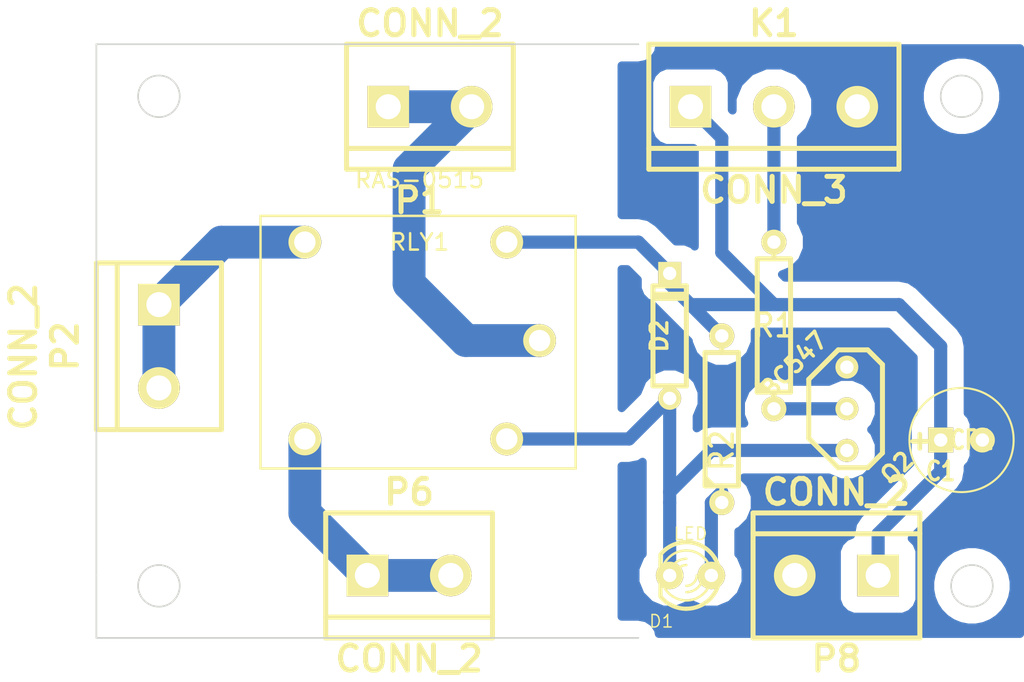
<source format=kicad_pcb>
(kicad_pcb (version 3) (host pcbnew "(2013-jul-07)-stable")

  (general
    (links 20)
    (no_connects 0)
    (area 99.9556 52.9656 165.258501 97.5294)
    (thickness 1.6)
    (drawings 8)
    (tracks 38)
    (zones 0)
    (modules 12)
    (nets 10)
  )

  (page A4 portrait)
  (title_block 
    (rev 1.1)
  )

  (layers
    (15 F.Cu signal)
    (0 B.Cu signal)
    (17 F.Adhes user)
    (19 F.Paste user)
    (21 F.SilkS user)
    (23 F.Mask user)
    (28 Edge.Cuts user)
  )

  (setup
    (last_trace_width 2)
    (trace_clearance 2)
    (zone_clearance 1)
    (zone_45_only no)
    (trace_min 0.254)
    (segment_width 0.2)
    (edge_width 0.1)
    (via_size 0.889)
    (via_drill 0.635)
    (via_min_size 0.889)
    (via_min_drill 0.508)
    (uvia_size 0.508)
    (uvia_drill 0.127)
    (uvias_allowed no)
    (uvia_min_size 0.508)
    (uvia_min_drill 0.127)
    (pcb_text_width 0.3)
    (pcb_text_size 1.5 1.5)
    (mod_edge_width 0.15)
    (mod_text_size 1 1)
    (mod_text_width 0.15)
    (pad_size 1.397 1.397)
    (pad_drill 0.8128)
    (pad_to_mask_clearance 0.2)
    (solder_mask_min_width 0.3)
    (aux_axis_origin 0 0)
    (visible_elements FFFFFFBF)
    (pcbplotparams
      (layerselection 10485761)
      (usegerberextensions false)
      (excludeedgelayer false)
      (linewidth 0.150000)
      (plotframeref false)
      (viasonmask false)
      (mode 1)
      (useauxorigin false)
      (hpglpennumber 1)
      (hpglpenspeed 20)
      (hpglpendiameter 15)
      (hpglpenoverlay 2)
      (psnegative false)
      (psa4output false)
      (plotreference true)
      (plotvalue true)
      (plotothertext true)
      (plotinvisibletext false)
      (padsonsilk false)
      (subtractmaskfromsilk false)
      (outputformat 5)
      (mirror false)
      (drillshape 0)
      (scaleselection 1)
      (outputdirectory output/))
  )

  (net 0 "")
  (net 1 /5V)
  (net 2 /EN_1)
  (net 3 /IN)
  (net 4 /NC)
  (net 5 /OUT)
  (net 6 GND)
  (net 7 N-000004)
  (net 8 N-000007)
  (net 9 N-000008)

  (net_class Default "This is the default net class."
    (clearance 2)
    (trace_width 2)
    (via_dia 0.889)
    (via_drill 0.635)
    (uvia_dia 0.508)
    (uvia_drill 0.127)
    (add_net "")
    (add_net /IN)
    (add_net /NC)
    (add_net /OUT)
  )

  (net_class 5V ""
    (clearance 0.8)
    (trace_width 0.8)
    (via_dia 0.889)
    (via_drill 0.635)
    (uvia_dia 0.508)
    (uvia_drill 0.127)
    (add_net /5V)
    (add_net /EN_1)
    (add_net GND)
    (add_net N-000004)
    (add_net N-000007)
    (add_net N-000008)
  )

  (module RAS-0515 (layer F.Cu) (tedit 53947180) (tstamp 5394498C)
    (at 120.015 69.215)
    (path /53943E62)
    (fp_text reference RLY1 (at 6.985 0) (layer F.SilkS)
      (effects (font (size 1 1) (thickness 0.15)))
    )
    (fp_text value RAS-0515 (at 6.985 -3.81) (layer F.SilkS)
      (effects (font (size 1 1) (thickness 0.15)))
    )
    (fp_line (start -2.7 -1.6) (end -2.7 13.8) (layer F.SilkS) (width 0.15))
    (fp_line (start -2.7 13.8) (end 16.5 13.8) (layer F.SilkS) (width 0.15))
    (fp_line (start -2.7 -1.6) (end 16.5 -1.6) (layer F.SilkS) (width 0.15))
    (fp_line (start 16.5 -1.6) (end 16.5 13.8) (layer F.SilkS) (width 0.15))
    (pad 4 thru_hole circle (at 0 12) (size 2 2) (drill 1.3)
      (layers *.Cu *.Mask F.SilkS)
      (net 4 /NC)
    )
    (pad 5 thru_hole circle (at 12.3 12) (size 2 2) (drill 1.3)
      (layers *.Cu *.Mask F.SilkS)
      (net 9 N-000008)
    )
    (pad 3 thru_hole circle (at 0 0) (size 2 2) (drill 1.3)
      (layers *.Cu *.Mask F.SilkS)
      (net 5 /OUT)
    )
    (pad 1 thru_hole circle (at 14.3 6) (size 2 2) (drill 1.3)
      (layers *.Cu *.Mask F.SilkS)
      (net 3 /IN)
    )
    (pad 2 thru_hole circle (at 12.3 0) (size 2 2) (drill 1.3)
      (layers *.Cu *.Mask F.SilkS)
      (net 1 /5V)
    )
  )

  (module R4 (layer F.Cu) (tedit 53FC9391) (tstamp 53944140)
    (at 148.59 74.295 90)
    (descr "Resitance 4 pas")
    (tags R)
    (path /53944164)
    (autoplace_cost180 10)
    (fp_text reference R1 (at 0 0 180) (layer F.SilkS)
      (effects (font (size 1.397 1.27) (thickness 0.2032)))
    )
    (fp_text value R (at 0 0 90) (layer F.SilkS) hide
      (effects (font (size 1.397 1.27) (thickness 0.2032)))
    )
    (fp_line (start -5.08 0) (end -4.064 0) (layer F.SilkS) (width 0.3048))
    (fp_line (start -4.064 0) (end -4.064 -1.016) (layer F.SilkS) (width 0.3048))
    (fp_line (start -4.064 -1.016) (end 4.064 -1.016) (layer F.SilkS) (width 0.3048))
    (fp_line (start 4.064 -1.016) (end 4.064 1.016) (layer F.SilkS) (width 0.3048))
    (fp_line (start 4.064 1.016) (end -4.064 1.016) (layer F.SilkS) (width 0.3048))
    (fp_line (start -4.064 1.016) (end -4.064 0) (layer F.SilkS) (width 0.3048))
    (fp_line (start -4.064 -0.508) (end -3.556 -1.016) (layer F.SilkS) (width 0.3048))
    (fp_line (start 5.08 0) (end 4.064 0) (layer F.SilkS) (width 0.3048))
    (pad 1 thru_hole circle (at -5.08 0 90) (size 1.524 1.524) (drill 0.8128)
      (layers *.Cu *.Mask F.SilkS)
      (net 8 N-000007)
    )
    (pad 2 thru_hole circle (at 5.08 0 90) (size 1.524 1.524) (drill 0.8128)
      (layers *.Cu *.Mask F.SilkS)
      (net 2 /EN_1)
    )
    (model discret/resistor.wrl
      (at (xyz 0 0 0))
      (scale (xyz 0.4 0.4 0.4))
      (rotate (xyz 0 0 0))
    )
  )

  (module R4 (layer F.Cu) (tedit 540F6EFC) (tstamp 5394414E)
    (at 145.415 80.01 90)
    (descr "Resitance 4 pas")
    (tags R)
    (path /540CCA15)
    (autoplace_cost180 10)
    (fp_text reference R2 (at -1.905 0 90) (layer F.SilkS)
      (effects (font (size 1.397 1.27) (thickness 0.2032)))
    )
    (fp_text value 680R (at 0 0 90) (layer F.SilkS) hide
      (effects (font (size 1.397 1.27) (thickness 0.2032)))
    )
    (fp_line (start -5.08 0) (end -4.064 0) (layer F.SilkS) (width 0.3048))
    (fp_line (start -4.064 0) (end -4.064 -1.016) (layer F.SilkS) (width 0.3048))
    (fp_line (start -4.064 -1.016) (end 4.064 -1.016) (layer F.SilkS) (width 0.3048))
    (fp_line (start 4.064 -1.016) (end 4.064 1.016) (layer F.SilkS) (width 0.3048))
    (fp_line (start 4.064 1.016) (end -4.064 1.016) (layer F.SilkS) (width 0.3048))
    (fp_line (start -4.064 1.016) (end -4.064 0) (layer F.SilkS) (width 0.3048))
    (fp_line (start -4.064 -0.508) (end -3.556 -1.016) (layer F.SilkS) (width 0.3048))
    (fp_line (start 5.08 0) (end 4.064 0) (layer F.SilkS) (width 0.3048))
    (pad 1 thru_hole circle (at -5.08 0 90) (size 1.524 1.524) (drill 0.8128)
      (layers *.Cu *.Mask F.SilkS)
      (net 7 N-000004)
    )
    (pad 2 thru_hole circle (at 5.08 0 90) (size 1.524 1.524) (drill 0.8128)
      (layers *.Cu *.Mask F.SilkS)
      (net 1 /5V)
    )
    (model discret/resistor.wrl
      (at (xyz 0 0 0))
      (scale (xyz 0.4 0.4 0.4))
      (rotate (xyz 0 0 0))
    )
  )

  (module D3 (layer F.Cu) (tedit 540F6EE6) (tstamp 5394416A)
    (at 142.24 74.93 90)
    (descr "Diode 3 pas")
    (tags "DIODE DEV")
    (path /53943E9A)
    (fp_text reference D2 (at 0 -0.635 90) (layer F.SilkS)
      (effects (font (size 1.016 1.016) (thickness 0.2032)))
    )
    (fp_text value DIODE (at 0 0 90) (layer F.SilkS) hide
      (effects (font (size 1.016 1.016) (thickness 0.2032)))
    )
    (fp_line (start 3.81 0) (end 3.048 0) (layer F.SilkS) (width 0.3048))
    (fp_line (start 3.048 0) (end 3.048 -1.016) (layer F.SilkS) (width 0.3048))
    (fp_line (start 3.048 -1.016) (end -3.048 -1.016) (layer F.SilkS) (width 0.3048))
    (fp_line (start -3.048 -1.016) (end -3.048 0) (layer F.SilkS) (width 0.3048))
    (fp_line (start -3.048 0) (end -3.81 0) (layer F.SilkS) (width 0.3048))
    (fp_line (start -3.048 0) (end -3.048 1.016) (layer F.SilkS) (width 0.3048))
    (fp_line (start -3.048 1.016) (end 3.048 1.016) (layer F.SilkS) (width 0.3048))
    (fp_line (start 3.048 1.016) (end 3.048 0) (layer F.SilkS) (width 0.3048))
    (fp_line (start 2.54 -1.016) (end 2.54 1.016) (layer F.SilkS) (width 0.3048))
    (fp_line (start 2.286 1.016) (end 2.286 -1.016) (layer F.SilkS) (width 0.3048))
    (pad 2 thru_hole rect (at 3.81 0 90) (size 1.397 1.397) (drill 0.8128)
      (layers *.Cu *.Mask F.SilkS)
      (net 1 /5V)
    )
    (pad 1 thru_hole circle (at -3.81 0 90) (size 1.397 1.397) (drill 0.8128)
      (layers *.Cu *.Mask F.SilkS)
      (net 9 N-000008)
    )
    (model discret/diode.wrl
      (at (xyz 0 0 0))
      (scale (xyz 0.3 0.3 0.3))
      (rotate (xyz 0 0 0))
    )
  )

  (module bornier2 (layer F.Cu) (tedit 5394719C) (tstamp 53944185)
    (at 127.635 60.96)
    (descr "Bornier d'alimentation 2 pins")
    (tags DEV)
    (path /539443E8)
    (fp_text reference P1 (at -0.635 5.715) (layer F.SilkS)
      (effects (font (size 1.524 1.524) (thickness 0.3048)))
    )
    (fp_text value CONN_2 (at 0 -5.08) (layer F.SilkS)
      (effects (font (size 1.524 1.524) (thickness 0.3048)))
    )
    (fp_line (start 5.08 2.54) (end -5.08 2.54) (layer F.SilkS) (width 0.3048))
    (fp_line (start 5.08 3.81) (end 5.08 -3.81) (layer F.SilkS) (width 0.3048))
    (fp_line (start 5.08 -3.81) (end -5.08 -3.81) (layer F.SilkS) (width 0.3048))
    (fp_line (start -5.08 -3.81) (end -5.08 3.81) (layer F.SilkS) (width 0.3048))
    (fp_line (start -5.08 3.81) (end 5.08 3.81) (layer F.SilkS) (width 0.3048))
    (pad 1 thru_hole rect (at -2.54 0) (size 2.54 2.54) (drill 1.524)
      (layers *.Cu *.Mask F.SilkS)
      (net 3 /IN)
    )
    (pad 2 thru_hole circle (at 2.54 0) (size 2.54 2.54) (drill 1.524)
      (layers *.Cu *.Mask F.SilkS)
      (net 3 /IN)
    )
    (model device/bornier_2.wrl
      (at (xyz 0 0 0))
      (scale (xyz 1 1 1))
      (rotate (xyz 0 0 0))
    )
  )

  (module bornier2 (layer F.Cu) (tedit 53FC94CD) (tstamp 53944190)
    (at 111.125 75.565 270)
    (descr "Bornier d'alimentation 2 pins")
    (tags DEV)
    (path /540CC993)
    (fp_text reference P2 (at 0 5.715 270) (layer F.SilkS)
      (effects (font (size 1.524 1.524) (thickness 0.3048)))
    )
    (fp_text value CONN_2 (at 0.635 8.255 270) (layer F.SilkS)
      (effects (font (size 1.524 1.524) (thickness 0.3048)))
    )
    (fp_line (start 5.08 2.54) (end -5.08 2.54) (layer F.SilkS) (width 0.3048))
    (fp_line (start 5.08 3.81) (end 5.08 -3.81) (layer F.SilkS) (width 0.3048))
    (fp_line (start 5.08 -3.81) (end -5.08 -3.81) (layer F.SilkS) (width 0.3048))
    (fp_line (start -5.08 -3.81) (end -5.08 3.81) (layer F.SilkS) (width 0.3048))
    (fp_line (start -5.08 3.81) (end 5.08 3.81) (layer F.SilkS) (width 0.3048))
    (pad 1 thru_hole rect (at -2.54 0 270) (size 2.54 2.54) (drill 1.524)
      (layers *.Cu *.Mask F.SilkS)
      (net 5 /OUT)
    )
    (pad 2 thru_hole circle (at 2.54 0 270) (size 2.54 2.54) (drill 1.524)
      (layers *.Cu *.Mask F.SilkS)
      (net 5 /OUT)
    )
    (model device/bornier_2.wrl
      (at (xyz 0 0 0))
      (scale (xyz 1 1 1))
      (rotate (xyz 0 0 0))
    )
  )

  (module TO92-123 (layer F.Cu) (tedit 53FC92E2) (tstamp 53944132)
    (at 154.305 79.375 45)
    (descr "Transistor TO92 brochage type BC237")
    (tags "TR TO92")
    (path /53943ECC)
    (fp_text reference Q2 (at -1.27 3.81 45) (layer F.SilkS)
      (effects (font (size 1.016 1.016) (thickness 0.2032)))
    )
    (fp_text value BC547 (at -1.27 -5.08 45) (layer F.SilkS)
      (effects (font (size 1.016 1.016) (thickness 0.2032)))
    )
    (fp_line (start -1.27 2.54) (end 2.54 -1.27) (layer F.SilkS) (width 0.3048))
    (fp_line (start 2.54 -1.27) (end 2.54 -2.54) (layer F.SilkS) (width 0.3048))
    (fp_line (start 2.54 -2.54) (end 1.27 -3.81) (layer F.SilkS) (width 0.3048))
    (fp_line (start 1.27 -3.81) (end -1.27 -3.81) (layer F.SilkS) (width 0.3048))
    (fp_line (start -1.27 -3.81) (end -3.81 -1.27) (layer F.SilkS) (width 0.3048))
    (fp_line (start -3.81 -1.27) (end -3.81 1.27) (layer F.SilkS) (width 0.3048))
    (fp_line (start -3.81 1.27) (end -2.54 2.54) (layer F.SilkS) (width 0.3048))
    (fp_line (start -2.54 2.54) (end -1.27 2.54) (layer F.SilkS) (width 0.3048))
    (pad 3 thru_hole circle (at 0.898025 -2.694077 45) (size 1.397 1.397) (drill 0.8128)
      (layers *.Cu *.Mask F.SilkS)
      (net 6 GND)
    )
    (pad 2 thru_hole circle (at -0.898026 -0.898026 45) (size 1.397 1.397) (drill 0.8128)
      (layers *.Cu *.Mask F.SilkS)
      (net 8 N-000007)
    )
    (pad 1 thru_hole circle (at -2.694077 0.898026 45) (size 1.397 1.397) (drill 0.8128)
      (layers *.Cu *.Mask F.SilkS)
      (net 9 N-000008)
    )
    (model discret/to98.wrl
      (at (xyz 0 0 0))
      (scale (xyz 1 1 1))
      (rotate (xyz 0 0 0))
    )
  )

  (module bornier2 (layer F.Cu) (tedit 3EC0ED69) (tstamp 53FC7ABE)
    (at 126.365 89.535)
    (descr "Bornier d'alimentation 2 pins")
    (tags DEV)
    (path /53FC7BD8)
    (fp_text reference P6 (at 0 -5.08) (layer F.SilkS)
      (effects (font (size 1.524 1.524) (thickness 0.3048)))
    )
    (fp_text value CONN_2 (at 0 5.08) (layer F.SilkS)
      (effects (font (size 1.524 1.524) (thickness 0.3048)))
    )
    (fp_line (start 5.08 2.54) (end -5.08 2.54) (layer F.SilkS) (width 0.3048))
    (fp_line (start 5.08 3.81) (end 5.08 -3.81) (layer F.SilkS) (width 0.3048))
    (fp_line (start 5.08 -3.81) (end -5.08 -3.81) (layer F.SilkS) (width 0.3048))
    (fp_line (start -5.08 -3.81) (end -5.08 3.81) (layer F.SilkS) (width 0.3048))
    (fp_line (start -5.08 3.81) (end 5.08 3.81) (layer F.SilkS) (width 0.3048))
    (pad 1 thru_hole rect (at -2.54 0) (size 2.54 2.54) (drill 1.524)
      (layers *.Cu *.Mask F.SilkS)
      (net 4 /NC)
    )
    (pad 2 thru_hole circle (at 2.54 0) (size 2.54 2.54) (drill 1.524)
      (layers *.Cu *.Mask F.SilkS)
      (net 4 /NC)
    )
    (model device/bornier_2.wrl
      (at (xyz 0 0 0))
      (scale (xyz 1 1 1))
      (rotate (xyz 0 0 0))
    )
  )

  (module bornier3 (layer F.Cu) (tedit 540F7172) (tstamp 53FC75F7)
    (at 148.59 60.96)
    (descr "Bornier d'alimentation 3 pins")
    (tags DEV)
    (path /53FC8FB9)
    (fp_text reference K1 (at 0 -5.08) (layer F.SilkS)
      (effects (font (size 1.524 1.524) (thickness 0.3048)))
    )
    (fp_text value CONN_3 (at 0 5.08) (layer F.SilkS)
      (effects (font (size 1.524 1.524) (thickness 0.3048)))
    )
    (fp_line (start -7.62 3.81) (end -7.62 -3.81) (layer F.SilkS) (width 0.3048))
    (fp_line (start 7.62 3.81) (end 7.62 -3.81) (layer F.SilkS) (width 0.3048))
    (fp_line (start -7.62 2.54) (end 7.62 2.54) (layer F.SilkS) (width 0.3048))
    (fp_line (start -7.62 -3.81) (end 7.62 -3.81) (layer F.SilkS) (width 0.3048))
    (fp_line (start -7.62 3.81) (end 7.62 3.81) (layer F.SilkS) (width 0.3048))
    (pad 1 thru_hole rect (at -5.08 0) (size 2.54 2.54) (drill 1.524)
      (layers *.Cu *.Mask F.SilkS)
      (net 1 /5V)
    )
    (pad 2 thru_hole circle (at 5.08 0) (size 2.54 2.54) (drill 1.524)
      (layers *.Cu *.Mask F.SilkS)
      (net 6 GND)
    )
    (pad 3 thru_hole circle (at 0 0) (size 2.54 2.54) (drill 1.524)
      (layers *.Cu *.Mask F.SilkS)
      (net 2 /EN_1)
    )
    (model device/bornier_3.wrl
      (at (xyz 0 0 0))
      (scale (xyz 1 1 1))
      (rotate (xyz 0 0 0))
    )
  )

  (module C1V7 (layer F.Cu) (tedit 540F6FBF) (tstamp 540CCA57)
    (at 160.02 81.28)
    (path /540CCBB0)
    (fp_text reference C1 (at -1.27 1.905) (layer F.SilkS)
      (effects (font (size 1.143 0.889) (thickness 0.2032)))
    )
    (fp_text value CP1 (at 0.635 0) (layer F.SilkS)
      (effects (font (size 1.143 0.889) (thickness 0.2032)))
    )
    (fp_text user + (at -2.54 0) (layer F.SilkS)
      (effects (font (size 1.143 1.143) (thickness 0.3048)))
    )
    (fp_circle (center 0 0) (end 3.175 0) (layer F.SilkS) (width 0.127))
    (pad 1 thru_hole rect (at -1.27 0) (size 1.524 1.524) (drill 0.8128)
      (layers *.Cu *.Mask F.SilkS)
      (net 1 /5V)
    )
    (pad 2 thru_hole circle (at 1.27 0) (size 1.524 1.524) (drill 0.8128)
      (layers *.Cu *.Mask F.SilkS)
      (net 6 GND)
    )
    (model discret/c_vert_c1v7.wrl
      (at (xyz 0 0 0))
      (scale (xyz 1 1 1))
      (rotate (xyz 0 0 0))
    )
  )

  (module LED-3MM (layer F.Cu) (tedit 50ADE848) (tstamp 5394417A)
    (at 143.51 89.535 180)
    (descr "LED 3mm - Lead pitch 100mil (2,54mm)")
    (tags "LED led 3mm 3MM 100mil 2,54mm")
    (path /540CC9A0)
    (fp_text reference D1 (at 1.778 -2.794 180) (layer F.SilkS)
      (effects (font (size 0.762 0.762) (thickness 0.0889)))
    )
    (fp_text value LED (at 0 2.54 180) (layer F.SilkS)
      (effects (font (size 0.762 0.762) (thickness 0.0889)))
    )
    (fp_line (start 1.8288 1.27) (end 1.8288 -1.27) (layer F.SilkS) (width 0.254))
    (fp_arc (start 0.254 0) (end -1.27 0) (angle 39.8) (layer F.SilkS) (width 0.1524))
    (fp_arc (start 0.254 0) (end -0.88392 1.01092) (angle 41.6) (layer F.SilkS) (width 0.1524))
    (fp_arc (start 0.254 0) (end 1.4097 -0.9906) (angle 40.6) (layer F.SilkS) (width 0.1524))
    (fp_arc (start 0.254 0) (end 1.778 0) (angle 39.8) (layer F.SilkS) (width 0.1524))
    (fp_arc (start 0.254 0) (end 0.254 -1.524) (angle 54.4) (layer F.SilkS) (width 0.1524))
    (fp_arc (start 0.254 0) (end -0.9652 -0.9144) (angle 53.1) (layer F.SilkS) (width 0.1524))
    (fp_arc (start 0.254 0) (end 1.45542 0.93472) (angle 52.1) (layer F.SilkS) (width 0.1524))
    (fp_arc (start 0.254 0) (end 0.254 1.524) (angle 52.1) (layer F.SilkS) (width 0.1524))
    (fp_arc (start 0.254 0) (end -0.381 0) (angle 90) (layer F.SilkS) (width 0.1524))
    (fp_arc (start 0.254 0) (end -0.762 0) (angle 90) (layer F.SilkS) (width 0.1524))
    (fp_arc (start 0.254 0) (end 0.889 0) (angle 90) (layer F.SilkS) (width 0.1524))
    (fp_arc (start 0.254 0) (end 1.27 0) (angle 90) (layer F.SilkS) (width 0.1524))
    (fp_arc (start 0.254 0) (end 0.254 -2.032) (angle 50.1) (layer F.SilkS) (width 0.254))
    (fp_arc (start 0.254 0) (end -1.5367 -0.95504) (angle 61.9) (layer F.SilkS) (width 0.254))
    (fp_arc (start 0.254 0) (end 1.8034 1.31064) (angle 49.7) (layer F.SilkS) (width 0.254))
    (fp_arc (start 0.254 0) (end 0.254 2.032) (angle 60.2) (layer F.SilkS) (width 0.254))
    (fp_arc (start 0.254 0) (end -1.778 0) (angle 28.3) (layer F.SilkS) (width 0.254))
    (fp_arc (start 0.254 0) (end -1.47574 1.06426) (angle 31.6) (layer F.SilkS) (width 0.254))
    (pad 1 thru_hole circle (at -1.27 0 180) (size 1.6764 1.6764) (drill 0.8128)
      (layers *.Cu *.Mask F.SilkS)
      (net 7 N-000004)
    )
    (pad 2 thru_hole circle (at 1.27 0 180) (size 1.6764 1.6764) (drill 0.8128)
      (layers *.Cu *.Mask F.SilkS)
      (net 9 N-000008)
    )
    (model discret/leds/led3_vertical_verde.wrl
      (at (xyz 0 0 0))
      (scale (xyz 1 1 1))
      (rotate (xyz 0 0 0))
    )
  )

  (module bornier2 (layer F.Cu) (tedit 3EC0ED69) (tstamp 540F6ECC)
    (at 152.4 89.535 180)
    (descr "Bornier d'alimentation 2 pins")
    (tags DEV)
    (path /53FC8FAD)
    (fp_text reference P8 (at 0 -5.08 180) (layer F.SilkS)
      (effects (font (size 1.524 1.524) (thickness 0.3048)))
    )
    (fp_text value CONN_2 (at 0 5.08 180) (layer F.SilkS)
      (effects (font (size 1.524 1.524) (thickness 0.3048)))
    )
    (fp_line (start 5.08 2.54) (end -5.08 2.54) (layer F.SilkS) (width 0.3048))
    (fp_line (start 5.08 3.81) (end 5.08 -3.81) (layer F.SilkS) (width 0.3048))
    (fp_line (start 5.08 -3.81) (end -5.08 -3.81) (layer F.SilkS) (width 0.3048))
    (fp_line (start -5.08 -3.81) (end -5.08 3.81) (layer F.SilkS) (width 0.3048))
    (fp_line (start -5.08 3.81) (end 5.08 3.81) (layer F.SilkS) (width 0.3048))
    (pad 1 thru_hole rect (at -2.54 0 180) (size 2.54 2.54) (drill 1.524)
      (layers *.Cu *.Mask F.SilkS)
      (net 1 /5V)
    )
    (pad 2 thru_hole circle (at 2.54 0 180) (size 2.54 2.54) (drill 1.524)
      (layers *.Cu *.Mask F.SilkS)
      (net 6 GND)
    )
    (model device/bornier_2.wrl
      (at (xyz 0 0 0))
      (scale (xyz 1 1 1))
      (rotate (xyz 0 0 0))
    )
  )

  (gr_line (start 107.315 93.345) (end 107.315 89.535) (angle 90) (layer Edge.Cuts) (width 0.1))
  (gr_line (start 107.315 93.345) (end 140.335 93.345) (angle 90) (layer Edge.Cuts) (width 0.1))
  (gr_line (start 107.315 57.15) (end 107.315 89.535) (angle 90) (layer Edge.Cuts) (width 0.1))
  (gr_line (start 140.335 57.15) (end 107.315 57.15) (angle 90) (layer Edge.Cuts) (width 0.1))
  (gr_circle (center 160.655 90.17) (end 161.925 90.17) (layer Edge.Cuts) (width 0.1))
  (gr_circle (center 160.02 60.325) (end 161.29 60.325) (layer Edge.Cuts) (width 0.1))
  (gr_circle (center 111.125 90.17) (end 112.395 90.17) (layer Edge.Cuts) (width 0.1))
  (gr_circle (center 111.125 60.325) (end 112.395 60.325) (layer Edge.Cuts) (width 0.1))

  (segment (start 158.75 83.185) (end 158.75 81.28) (width 0.8) (layer B.Cu) (net 1) (status 800000))
  (segment (start 154.94 89.535) (end 154.94 86.995) (width 0.8) (layer B.Cu) (net 1) (status 400000))
  (segment (start 154.94 86.995) (end 158.75 83.185) (width 0.8) (layer B.Cu) (net 1) (tstamp 54104A91))
  (segment (start 145.415 69.85) (end 145.415 62.865) (width 0.8) (layer B.Cu) (net 1))
  (segment (start 145.415 62.865) (end 143.51 60.96) (width 0.8) (layer B.Cu) (net 1) (tstamp 540F731A))
  (segment (start 145.415 69.85) (end 148.59 73.025) (width 0.8) (layer B.Cu) (net 1) (tstamp 540F7314))
  (segment (start 143.51 73.025) (end 148.59 73.025) (width 0.8) (layer B.Cu) (net 1))
  (segment (start 148.59 73.025) (end 156.21 73.025) (width 0.8) (layer B.Cu) (net 1) (tstamp 540F7317))
  (segment (start 156.21 73.025) (end 158.75 75.565) (width 0.8) (layer B.Cu) (net 1) (tstamp 540F730B))
  (segment (start 158.75 75.565) (end 158.75 81.28) (width 0.8) (layer B.Cu) (net 1) (tstamp 540F730C))
  (segment (start 142.24 71.12) (end 142.24 71.755) (width 0.8) (layer B.Cu) (net 1))
  (segment (start 142.24 71.755) (end 142.875 72.39) (width 0.8) (layer B.Cu) (net 1) (tstamp 540F72DA))
  (segment (start 142.875 72.39) (end 143.51 73.025) (width 0.8) (layer B.Cu) (net 1) (tstamp 540F7302))
  (segment (start 143.51 73.025) (end 145.415 74.93) (width 0.8) (layer B.Cu) (net 1) (tstamp 540F7309))
  (segment (start 132.315 69.215) (end 140.335 69.215) (width 0.8) (layer B.Cu) (net 1))
  (segment (start 140.335 69.215) (end 142.24 71.12) (width 0.8) (layer B.Cu) (net 1) (tstamp 540F6F49))
  (segment (start 148.59 69.215) (end 148.59 60.96) (width 0.8) (layer B.Cu) (net 2))
  (segment (start 130.175 60.96) (end 126.365 64.77) (width 2) (layer B.Cu) (net 3))
  (segment (start 129.825 75.215) (end 134.315 75.215) (width 2) (layer B.Cu) (net 3) (tstamp 53FC961E))
  (segment (start 126.365 71.755) (end 129.825 75.215) (width 2) (layer B.Cu) (net 3) (tstamp 53FC961D))
  (segment (start 126.365 64.77) (end 126.365 71.755) (width 2) (layer B.Cu) (net 3) (tstamp 53FC961C))
  (segment (start 125.095 60.96) (end 130.175 60.96) (width 2) (layer B.Cu) (net 3))
  (segment (start 128.905 89.535) (end 123.825 89.535) (width 2) (layer B.Cu) (net 4))
  (segment (start 123.825 89.535) (end 120.015 85.725) (width 2) (layer B.Cu) (net 4) (tstamp 540CCD95))
  (segment (start 120.015 85.725) (end 120.015 81.215) (width 2) (layer B.Cu) (net 4) (tstamp 540CCD96))
  (segment (start 111.125 73.025) (end 114.935 69.215) (width 2) (layer B.Cu) (net 5))
  (segment (start 114.935 69.215) (end 120.015 69.215) (width 2) (layer B.Cu) (net 5) (tstamp 540CCDA3))
  (segment (start 111.125 78.105) (end 111.125 73.025) (width 2) (layer B.Cu) (net 5))
  (segment (start 144.78 89.535) (end 144.78 85.09) (width 0.8) (layer B.Cu) (net 7))
  (segment (start 144.78 85.09) (end 145.415 84.455) (width 0.8) (layer B.Cu) (net 7) (tstamp 540F71F5))
  (segment (start 153.034999 79.375) (end 148.59 79.375) (width 0.8) (layer B.Cu) (net 8))
  (segment (start 153.035 81.915) (end 144.78 81.915) (width 0.8) (layer B.Cu) (net 9))
  (segment (start 144.78 81.915) (end 142.24 84.455) (width 0.8) (layer B.Cu) (net 9) (tstamp 540F72D3))
  (segment (start 142.24 89.535) (end 142.24 85.09) (width 0.8) (layer B.Cu) (net 9))
  (segment (start 142.24 85.09) (end 142.24 84.455) (width 0.8) (layer B.Cu) (net 9) (tstamp 540F72AC))
  (segment (start 142.24 84.455) (end 142.24 78.74) (width 0.8) (layer B.Cu) (net 9) (tstamp 540F72D6))
  (segment (start 132.315 81.215) (end 139.765 81.215) (width 0.8) (layer B.Cu) (net 9))
  (segment (start 139.765 81.215) (end 142.24 78.74) (width 0.8) (layer B.Cu) (net 9) (tstamp 540F6F4C))

  (zone (net 6) (net_name GND) (layer B.Cu) (tstamp 53FC93BB) (hatch edge 0.508)
    (connect_pads yes (clearance 1))
    (min_thickness 0.5)
    (fill (arc_segments 16) (thermal_gap 0.508) (thermal_bridge_width 0.508))
    (polygon
      (pts
        (xy 163.83 93.345) (xy 139.065 93.345) (xy 139.065 57.15) (xy 163.83 57.15)
      )
    )
    (filled_polygon
      (pts
        (xy 163.58 93.095) (xy 163.199817 93.095) (xy 163.199817 90.422421) (xy 163.199596 90.17) (xy 163.199817 89.917579)
        (xy 163.199374 89.915342) (xy 163.199374 89.915187) (xy 163.199315 89.915046) (xy 163.103569 89.431487) (xy 162.909867 88.962695)
        (xy 162.908305 88.96113) (xy 162.634566 88.550676) (xy 162.634414 88.550524) (xy 162.633545 88.54843) (xy 162.564817 88.479821)
        (xy 162.564817 60.577421) (xy 162.564596 60.325) (xy 162.564817 60.072579) (xy 162.564374 60.070342) (xy 162.564374 60.070187)
        (xy 162.564315 60.070046) (xy 162.468569 59.586487) (xy 162.274867 59.117695) (xy 162.273305 59.11613) (xy 161.999566 58.705676)
        (xy 161.999414 58.705524) (xy 161.998545 58.70343) (xy 161.64784 58.353337) (xy 161.64121 58.346695) (xy 161.64117 58.346678)
        (xy 161.639563 58.345074) (xy 161.228835 58.071153) (xy 161.227389 58.069709) (xy 160.758596 57.876007) (xy 160.272505 57.779758)
        (xy 159.776729 57.78019) (xy 159.767579 57.780183) (xy 159.767497 57.780199) (xy 159.76527 57.780201) (xy 159.763248 57.78104)
        (xy 159.281487 57.876431) (xy 158.812695 58.070133) (xy 158.81113 58.071694) (xy 158.400676 58.345434) (xy 158.400524 58.345585)
        (xy 158.39843 58.346455) (xy 158.048337 58.697159) (xy 158.041695 58.70379) (xy 158.041678 58.703829) (xy 158.040074 58.705437)
        (xy 157.766153 59.116164) (xy 157.764709 59.117611) (xy 157.571007 59.586404) (xy 157.474758 60.072495) (xy 157.474978 60.325)
        (xy 157.474758 60.577505) (xy 157.571007 61.063596) (xy 157.764709 61.532389) (xy 157.766153 61.533835) (xy 158.040074 61.944563)
        (xy 158.041678 61.94617) (xy 158.041695 61.94621) (xy 158.048337 61.95284) (xy 158.39843 62.303545) (xy 158.400524 62.304414)
        (xy 158.400676 62.304566) (xy 158.81113 62.578305) (xy 158.812695 62.579867) (xy 159.281487 62.773569) (xy 159.763248 62.868959)
        (xy 159.76527 62.869799) (xy 159.767497 62.8698) (xy 159.767579 62.869817) (xy 159.776729 62.869809) (xy 160.272505 62.870242)
        (xy 160.758596 62.773993) (xy 161.227389 62.580291) (xy 161.228835 62.578846) (xy 161.639563 62.304926) (xy 161.64117 62.303321)
        (xy 161.64121 62.303305) (xy 161.64784 62.296662) (xy 161.998545 61.94657) (xy 161.999414 61.944475) (xy 161.999566 61.944324)
        (xy 162.273305 61.533869) (xy 162.274867 61.532305) (xy 162.468569 61.063513) (xy 162.564315 60.579953) (xy 162.564374 60.579813)
        (xy 162.564374 60.579657) (xy 162.564817 60.577421) (xy 162.564817 88.479821) (xy 162.28284 88.198337) (xy 162.27621 88.191695)
        (xy 162.27617 88.191678) (xy 162.274563 88.190074) (xy 161.863835 87.916153) (xy 161.862389 87.914709) (xy 161.393596 87.721007)
        (xy 160.907505 87.624758) (xy 160.411729 87.62519) (xy 160.402579 87.625183) (xy 160.402497 87.625199) (xy 160.40027 87.625201)
        (xy 160.398248 87.62604) (xy 159.916487 87.721431) (xy 159.447695 87.915133) (xy 159.44613 87.916694) (xy 159.035676 88.190434)
        (xy 159.035524 88.190585) (xy 159.03343 88.191455) (xy 158.683337 88.542159) (xy 158.676695 88.54879) (xy 158.676678 88.548829)
        (xy 158.675074 88.550437) (xy 158.401153 88.961164) (xy 158.399709 88.962611) (xy 158.206007 89.431404) (xy 158.109758 89.917495)
        (xy 158.109978 90.17) (xy 158.109758 90.422505) (xy 158.206007 90.908596) (xy 158.399709 91.377389) (xy 158.401153 91.378835)
        (xy 158.675074 91.789563) (xy 158.676678 91.79117) (xy 158.676695 91.79121) (xy 158.683337 91.79784) (xy 159.03343 92.148545)
        (xy 159.035524 92.149414) (xy 159.035676 92.149566) (xy 159.44613 92.423305) (xy 159.447695 92.424867) (xy 159.916487 92.618569)
        (xy 160.398248 92.713959) (xy 160.40027 92.714799) (xy 160.402497 92.7148) (xy 160.402579 92.714817) (xy 160.411729 92.714809)
        (xy 160.907505 92.715242) (xy 161.393596 92.618993) (xy 161.862389 92.425291) (xy 161.863835 92.423846) (xy 162.274563 92.149926)
        (xy 162.27617 92.148321) (xy 162.27621 92.148305) (xy 162.28284 92.141662) (xy 162.633545 91.79157) (xy 162.634414 91.789475)
        (xy 162.634566 91.789324) (xy 162.908305 91.378869) (xy 162.909867 91.377305) (xy 163.103569 90.908513) (xy 163.199315 90.424953)
        (xy 163.199374 90.424813) (xy 163.199374 90.424657) (xy 163.199817 90.422421) (xy 163.199817 93.095) (xy 141.585271 93.095)
        (xy 141.536043 92.847512) (xy 141.254239 92.425761) (xy 140.832488 92.143957) (xy 140.335 92.045) (xy 139.315 92.045)
        (xy 139.315 82.865) (xy 139.765 82.865) (xy 140.396427 82.739401) (xy 140.396428 82.739401) (xy 140.59 82.61006)
        (xy 140.59 84.455) (xy 140.59 85.09) (xy 140.59 88.231535) (xy 140.470743 88.350585) (xy 140.152164 89.117809)
        (xy 140.151439 89.948546) (xy 140.468678 90.716325) (xy 141.055585 91.304257) (xy 141.822809 91.622836) (xy 142.653546 91.623561)
        (xy 143.421325 91.306322) (xy 143.509639 91.218161) (xy 143.595585 91.304257) (xy 144.362809 91.622836) (xy 145.193546 91.623561)
        (xy 145.961325 91.306322) (xy 146.549257 90.719415) (xy 146.867836 89.952191) (xy 146.868561 89.121454) (xy 146.551322 88.353675)
        (xy 146.43 88.232141) (xy 146.43 86.847597) (xy 146.553217 86.796685) (xy 147.119696 86.231194) (xy 147.42665 85.491967)
        (xy 147.427348 84.691544) (xy 147.121685 83.951783) (xy 146.829486 83.659073) (xy 146.766628 83.565) (xy 151.92893 83.565)
        (xy 151.929823 83.565894) (xy 152.645719 83.863161) (xy 153.42088 83.863837) (xy 154.137294 83.567821) (xy 154.685894 83.020177)
        (xy 154.983161 82.304281) (xy 154.983837 81.52912) (xy 154.687821 80.812706) (xy 154.520594 80.645187) (xy 154.685893 80.480177)
        (xy 154.98316 79.764281) (xy 154.983836 78.98912) (xy 154.68782 78.272706) (xy 154.140176 77.724106) (xy 153.42428 77.426839)
        (xy 152.649119 77.426163) (xy 151.932705 77.722179) (xy 151.929879 77.725) (xy 149.785794 77.725) (xy 149.731194 77.670304)
        (xy 148.991967 77.36335) (xy 148.191544 77.362652) (xy 147.451783 77.668315) (xy 146.885304 78.233806) (xy 146.57835 78.973033)
        (xy 146.577652 79.773456) (xy 146.780753 80.265) (xy 144.78 80.265) (xy 144.148572 80.390599) (xy 143.89 80.563371)
        (xy 143.89 79.846069) (xy 143.890894 79.845177) (xy 144.188161 79.129281) (xy 144.188837 78.35412) (xy 143.892821 77.637706)
        (xy 143.345177 77.089106) (xy 142.629281 76.791839) (xy 141.85412 76.791163) (xy 141.137706 77.087179) (xy 140.589106 77.634823)
        (xy 140.291839 78.350719) (xy 140.291835 78.354711) (xy 139.315 79.331547) (xy 139.315 70.865) (xy 139.651547 70.865)
        (xy 140.291284 71.504736) (xy 140.291284 72.066049) (xy 140.481184 72.525642) (xy 140.832507 72.87758) (xy 141.168746 73.017198)
        (xy 141.708273 73.556726) (xy 141.708274 73.556726) (xy 141.708276 73.556728) (xy 142.343273 74.191726) (xy 142.343274 74.191726)
        (xy 142.343276 74.191728) (xy 143.402719 75.251171) (xy 143.402652 75.328456) (xy 143.708315 76.068217) (xy 144.273806 76.634696)
        (xy 145.013033 76.94165) (xy 145.813456 76.942348) (xy 146.553217 76.636685) (xy 147.119696 76.071194) (xy 147.42665 75.331967)
        (xy 147.427222 74.675) (xy 148.59 74.675) (xy 155.526547 74.675) (xy 157.1 76.248452) (xy 157.1 79.638225)
        (xy 156.92892 79.809007) (xy 156.738218 80.268269) (xy 156.737784 80.765549) (xy 156.737784 82.289549) (xy 156.905673 82.695873)
        (xy 153.773274 85.828274) (xy 153.415599 86.363572) (xy 153.29 86.995) (xy 153.29 87.069511) (xy 152.962858 87.204684)
        (xy 152.61092 87.556007) (xy 152.420218 88.015269) (xy 152.419784 88.512549) (xy 152.419784 91.052549) (xy 152.609684 91.512142)
        (xy 152.961007 91.86408) (xy 153.420269 92.054782) (xy 153.917549 92.055216) (xy 156.457549 92.055216) (xy 156.917142 91.865316)
        (xy 157.26908 91.513993) (xy 157.459782 91.054731) (xy 157.460216 90.557451) (xy 157.460216 88.017451) (xy 157.270316 87.557858)
        (xy 156.990699 87.277752) (xy 159.916726 84.351727) (xy 159.916726 84.351726) (xy 160.274401 83.816428) (xy 160.399999 83.185)
        (xy 160.4 83.185) (xy 160.4 82.921774) (xy 160.57108 82.750993) (xy 160.761782 82.291731) (xy 160.762216 81.794451)
        (xy 160.762216 80.270451) (xy 160.572316 79.810858) (xy 160.4 79.63824) (xy 160.4 75.565) (xy 160.274401 74.933572)
        (xy 159.916726 74.398274) (xy 159.916726 74.398273) (xy 157.376726 71.858274) (xy 156.841428 71.500599) (xy 156.21 71.375)
        (xy 149.273452 71.375) (xy 149.085643 71.187191) (xy 149.728217 70.921685) (xy 150.294696 70.356194) (xy 150.60165 69.616967)
        (xy 150.602348 68.816544) (xy 150.296685 68.076783) (xy 150.24 68.019998) (xy 150.24 62.873588) (xy 150.725106 62.389329)
        (xy 151.109561 61.463458) (xy 151.110436 60.46094) (xy 150.727597 59.5344) (xy 150.019329 58.824894) (xy 149.093458 58.440439)
        (xy 148.09094 58.439564) (xy 147.1644 58.822403) (xy 146.454894 59.530671) (xy 146.070439 60.456542) (xy 146.069802 61.186349)
        (xy 146.030216 61.146763) (xy 146.030216 59.442451) (xy 145.840316 58.982858) (xy 145.488993 58.63092) (xy 145.029731 58.440218)
        (xy 144.532451 58.439784) (xy 141.992451 58.439784) (xy 141.532858 58.629684) (xy 141.18092 58.981007) (xy 140.990218 59.440269)
        (xy 140.989784 59.937549) (xy 140.989784 62.477549) (xy 141.179684 62.937142) (xy 141.531007 63.28908) (xy 141.990269 63.479782)
        (xy 142.487549 63.480216) (xy 143.696763 63.480216) (xy 143.765 63.548452) (xy 143.765 69.480132) (xy 143.647493 69.36242)
        (xy 143.188231 69.171718) (xy 142.690951 69.171284) (xy 142.624736 69.171284) (xy 141.501726 68.048274) (xy 140.966428 67.690599)
        (xy 140.335 67.565) (xy 139.315 67.565) (xy 139.315 58.45) (xy 140.335 58.45) (xy 140.832488 58.351043)
        (xy 141.254239 58.069239) (xy 141.536043 57.647488) (xy 141.585271 57.4) (xy 163.58 57.4) (xy 163.58 93.095)
      )
    )
  )
)

</source>
